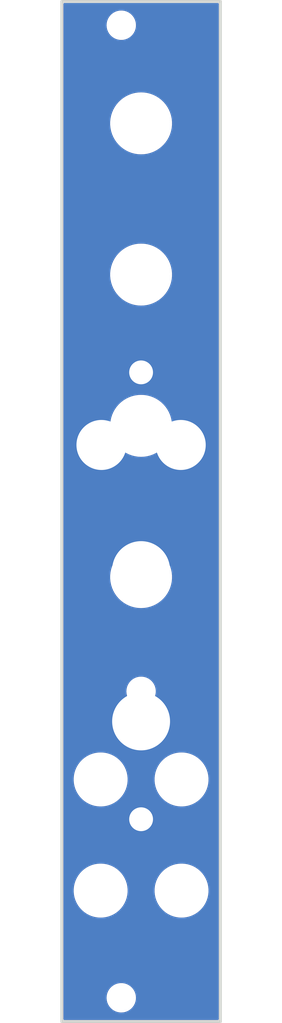
<source format=kicad_pcb>
(kicad_pcb (version 20211014) (generator pcbnew)
  (title_block (title "Panel for Eurorack Dual Attenuverter") (date "2022-08-13") (rev "1.3") (company "Len Popp") (comment 1 "Copyright © 2022 Len Popp CC BY") (comment 2 "4 HP"))
  (layers (0 "F.Cu" signal) (31 "B.Cu" signal) (34 "B.Paste" user) (35 "F.Paste" user) (36 "B.SilkS" user "B.Silkscreen") (37 "F.SilkS" user "F.Silkscreen") (38 "B.Mask" user) (39 "F.Mask" user) (44 "Edge.Cuts" user))
  (net 0 "")
  (footprint "-lmp-holes:MountingHole_Pot_Alpha" (layer "F.Cu") (at 110.33 42.03)
    (fp_text reference "REF**" hide)
    (fp_text value "MountingHole_Pot_Alpha")
    (pad "" np_thru_hole circle locked (at 0 0) (size 7.3 7.3) (drill 7.3) (layers *.Cu *.Mask))
  )
  (footprint "-lmp-holes:MountingHole_Panel_3.2mm_M3" (layer "F.Cu") (at 107.83 29.682)
    (fp_text reference "REF**" hide)
    (fp_text value "MountingHole_Panel_3.2mm_M3")
    (pad "" np_thru_hole circle locked (at 0 0) (size 3.2 3.2) (drill 3.2) (layers *.Cu *.Mask))
  )
  (footprint "-lmp-holes:MountingHole_Panel_3.2mm_M3" (layer "F.Cu") (at 107.83 152.182)
    (fp_text reference "REF**" hide)
    (fp_text value "MountingHole_Panel_3.2mm_M3")
    (pad "" np_thru_hole circle locked (at 0 0) (size 3.2 3.2) (drill 3.2) (layers *.Cu *.Mask))
  )
  (footprint "-lmp-holes:MountingHole_Pot_Alpha" (layer "F.Cu") (at 110.33 117.3662)
    (fp_text reference "REF**" hide)
    (fp_text value "MountingHole_Pot_Alpha")
    (pad "" np_thru_hole circle locked (at 0 0) (size 7.3 7.3) (drill 7.3) (layers *.Cu *.Mask))
  )
  (footprint "-lmp-holes:MountingHole_Jack_3.5mm_PJ398" (layer "F.Cu") (at 105.33 82.55)
    (fp_text reference "REF**" hide)
    (fp_text value "MountingHole_Jack_3.5mm_PJ398")
    (pad "" np_thru_hole circle locked (at 0 0) (size 6.3 6.3) (drill 6.3) (layers *.Cu *.Mask))
  )
  (footprint "-lmp-holes:MountingHole_Jack_3.5mm_PJ398" (layer "F.Cu") (at 115.33 82.55)
    (fp_text reference "REF**" hide)
    (fp_text value "MountingHole_Jack_3.5mm_PJ398")
    (pad "" np_thru_hole circle locked (at 0 0) (size 6.3 6.3) (drill 6.3) (layers *.Cu *.Mask))
  )
  (footprint "-lmp-holes:MountingHole_Jack_3.5mm_PJ398" (layer "F.Cu") (at 115.33 138.811)
    (fp_text reference "REF**" hide)
    (fp_text value "MountingHole_Jack_3.5mm_PJ398")
    (pad "" np_thru_hole circle locked (at 0 0) (size 6.3 6.3) (drill 6.3) (layers *.Cu *.Mask))
  )
  (footprint "-lmp-holes:MountingHole_Pot_Alpha" (layer "F.Cu") (at 110.33 98.3162)
    (fp_text reference "REF**" hide)
    (fp_text value "MountingHole_Pot_Alpha")
    (pad "" np_thru_hole circle locked (at 0 0) (size 7.3 7.3) (drill 7.3) (layers *.Cu *.Mask))
  )
  (footprint "-lmp-holes:MountingHole_Jack_3.5mm_PJ398" (layer "F.Cu") (at 105.33 138.811)
    (fp_text reference "REF**" hide)
    (fp_text value "MountingHole_Jack_3.5mm_PJ398")
    (pad "" np_thru_hole circle locked (at 0 0) (size 6.3 6.3) (drill 6.3) (layers *.Cu *.Mask))
  )
  (footprint "-lmp-holes:MountingHole_LED_3mm" (layer "F.Cu") (at 110.33 129.6922)
    (fp_text reference "REF**" hide)
    (fp_text value "MountingHole_LED_3mm")
    (pad "" np_thru_hole circle (at 0 0) (size 3 3) (drill 3) (layers F&B.Cu *.Mask))
  )
  (footprint "-lmp-holes:MountingHole_LED_3mm" (layer "F.Cu") (at 110.33 73.406)
    (fp_text reference "REF**" hide)
    (fp_text value "MountingHole_LED_3mm")
    (pad "" np_thru_hole circle (at 0 0) (size 3 3) (drill 3) (layers F&B.Cu *.Mask))
  )
  (footprint "-lmp-holes:MountingHole_Pot_Alpha" (layer "F.Cu") (at 110.33 61.08)
    (fp_text reference "REF**" hide)
    (fp_text value "MountingHole_Pot_Alpha")
    (pad "" np_thru_hole circle locked (at 0 0) (size 7.3 7.3) (drill 7.3) (layers *.Cu *.Mask))
  )
  (gr_line (start 120.33 155.182) (end 100.33 155.182) (layer "Edge.Cuts") (width 0.3556))
  (gr_line (start 100.33 155.182) (end 100.33 26.682) (layer "Edge.Cuts") (width 0.3556))
  (gr_line (start 120.33 26.682) (end 120.33 155.182) (layer "Edge.Cuts") (width 0.3556))
  (gr_line (start 100.33 26.682) (end 120.33 26.682) (layer "Edge.Cuts") (width 0.3556))
  (zone (net 0) (net_name "") (layers F&B.Cu) (connect_pads (clearance 0.2032)) (min_thickness 0.2032) (fill yes (thermal_gap 0.508) (thermal_bridge_width 0.508))
    (polygon (pts (xy 120.43 155.282) (xy 100.23 155.282) (xy 100.23 26.582) (xy 120.43 26.582)))
  )
)
</source>
